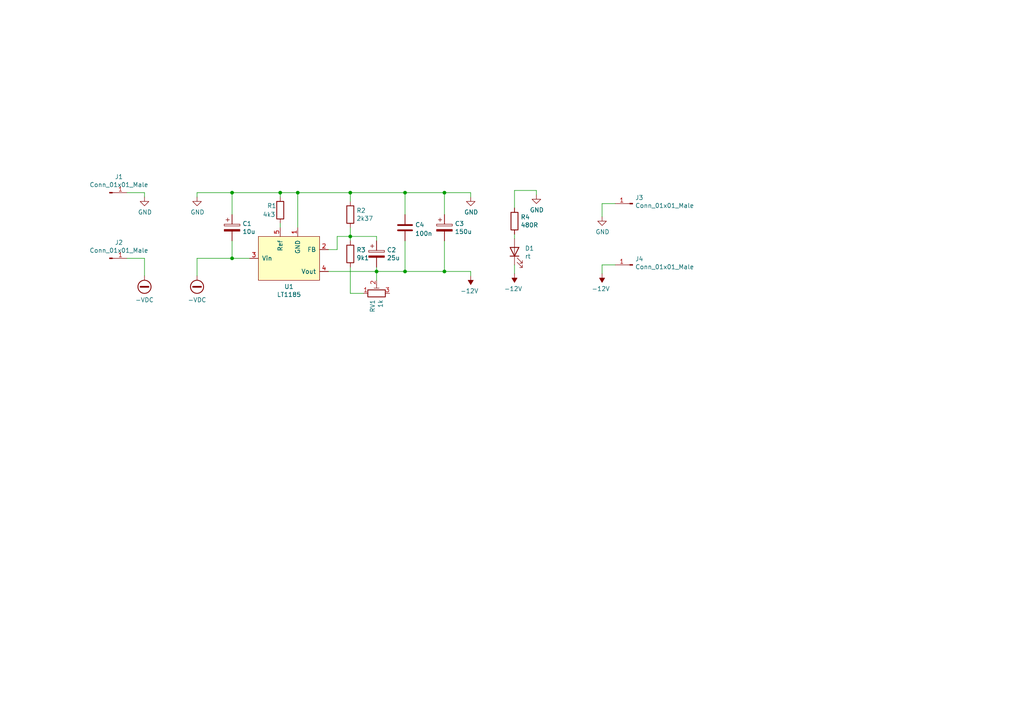
<source format=kicad_sch>
(kicad_sch (version 20211123) (generator eeschema)
  (paper "A4")
  (lib_symbols
    (symbol "Connector:Conn_01x01_Male" (pin_names (offset 1.016) hide)
      (property "Reference" "J" (at 0 2.54 0))
      (property "Value" "Conn_01x01_Male" (at 0 -2.54 0))
      (symbol "Conn_01x01_Male_1_1"
        (polyline (pts (xy 1.27 0) (xy 0.8636 0)) (stroke (width 0.1524)))
        (rectangle (start 0.8636 0.127) (end 0 -0.127) (stroke (width 0.1524)) (fill (type outline)))
        (pin passive line (at 5.08 0 180) (length 3.81) (name "Pin_1") (number "1"))
      )
    )
    (symbol "Device:C" (pin_numbers hide) (pin_names (offset 0.254))
      (property "Reference" "C" (at 0.635 2.54 0))
      (property "Value" "C" (at 0.635 -2.54 0))
      (symbol "C_0_1"
        (polyline (pts (xy -2.032 -0.762) (xy 2.032 -0.762)) (stroke (width 0.508)))
        (polyline (pts (xy -2.032 0.762) (xy 2.032 0.762)) (stroke (width 0.508)))
      )
      (symbol "C_1_1"
        (pin passive line (at 0 3.81 270) (length 2.794) (name "~") (number "1"))
        (pin passive line (at 0 -3.81 90) (length 2.794) (name "~") (number "2"))
      )
    )
    (symbol "Device:LED" (pin_numbers hide) (pin_names (offset 1.016) hide)
      (property "Reference" "D" (at 0 2.54 0))
      (property "Value" "LED" (at 0 -2.54 0))
      (symbol "LED_0_1"
        (polyline (pts (xy -1.27 -1.27) (xy -1.27 1.27)) (stroke (width 0.254)))
        (polyline (pts (xy -1.27 0) (xy 1.27 0)))
        (polyline (pts (xy 1.27 -1.27) (xy 1.27 1.27) (xy -1.27 0) (xy 1.27 -1.27)) (stroke (width 0.254)))
        (polyline (pts (xy -3.048 -0.762) (xy -4.572 -2.286) (xy -3.81 -2.286) (xy -4.572 -2.286) (xy -4.572 -1.524)))
        (polyline (pts (xy -1.778 -0.762) (xy -3.302 -2.286) (xy -2.54 -2.286) (xy -3.302 -2.286) (xy -3.302 -1.524)))
      )
      (symbol "LED_1_1"
        (pin passive line (at -3.81 0 0) (length 2.54) (name "K") (number "1"))
        (pin passive line (at 3.81 0 180) (length 2.54) (name "A") (number "2"))
      )
    )
    (symbol "Device:R" (pin_numbers hide) (pin_names (offset 0))
      (property "Reference" "R" (at 2.032 0 90))
      (property "Value" "R" (at 0 0 90))
      (symbol "R_0_1"
        (rectangle (start -1.016 -2.54) (end 1.016 2.54) (stroke (width 0.254)))
      )
      (symbol "R_1_1"
        (pin passive line (at 0 3.81 270) (length 1.27) (name "~") (number "1"))
        (pin passive line (at 0 -3.81 90) (length 1.27) (name "~") (number "2"))
      )
    )
    (symbol "moPsy_Regulator_12Vneg-rescue:CP-Device" (pin_numbers hide) (pin_names (offset 0.254))
      (property "Reference" "C" (at 0.635 2.54 0))
      (property "Value" "CP-Device" (at 0.635 -2.54 0))
      (symbol "CP-Device_0_1"
        (rectangle (start -2.286 0.508) (end 2.286 1.016))
        (polyline (pts (xy -1.778 2.286) (xy -0.762 2.286)))
        (polyline (pts (xy -1.27 2.794) (xy -1.27 1.778)))
        (rectangle (start 2.286 -0.508) (end -2.286 -1.016) (fill (type outline)))
      )
      (symbol "CP-Device_1_1"
        (pin passive line (at 0 3.81 270) (length 2.794) (name "~") (number "1"))
        (pin passive line (at 0 -3.81 90) (length 2.794) (name "~") (number "2"))
      )
    )
    (symbol "moPsy_Regulator_12Vneg-rescue:LT1185-moPsy" (pin_names (offset 1.016))
      (property "Reference" "U" (at 5.08 7.62 0))
      (property "Value" "LT1185-moPsy" (at -8.89 -5.08 0))
      (symbol "LT1185-moPsy_0_1"
        (rectangle (start -8.89 6.35) (end 8.89 -6.35) (fill (type background)))
      )
      (symbol "LT1185-moPsy_1_1"
        (pin passive line (at 2.54 8.89 270) (length 2.54) (name "GND") (number "1"))
        (pin input line (at 11.43 2.54 180) (length 2.54) (name "FB") (number "2"))
        (pin power_in line (at -11.43 0 0) (length 2.54) (name "Vin") (number "3"))
        (pin power_out line (at 11.43 -3.81 180) (length 2.54) (name "Vout") (number "4"))
        (pin input line (at -2.54 8.89 270) (length 2.54) (name "Ref") (number "5"))
      )
    )
    (symbol "moPsy_Regulator_12Vneg-rescue:R_POT_TRIM-Device" (pin_names (offset 1.016) hide)
      (property "Reference" "RV" (at -4.445 0 90))
      (property "Value" "R_POT_TRIM-Device" (at -2.54 0 90))
      (symbol "R_POT_TRIM-Device_0_1"
        (polyline (pts (xy 1.524 0.762) (xy 1.524 -0.762)))
        (polyline (pts (xy 2.54 0) (xy 1.524 0)))
        (rectangle (start 1.016 2.54) (end -1.016 -2.54) (stroke (width 0.254)))
      )
      (symbol "R_POT_TRIM-Device_1_1"
        (pin passive line (at 0 3.81 270) (length 1.27) (name "1") (number "1"))
        (pin passive line (at 3.81 0 180) (length 1.27) (name "2") (number "2"))
        (pin passive line (at 0 -3.81 90) (length 1.27) (name "3") (number "3"))
      )
    )
    (symbol "power:-12V" (power) (pin_names (offset 0))
      (property "Value" "-12V" (at 0 3.81 0))
      (symbol "-12V_0_0"
        (pin power_in line (at 0 0 90) (length 0) hide (name "-12V") (number "1"))
      )
      (symbol "-12V_0_1"
        (polyline (pts (xy 0 0) (xy 0 1.27) (xy 0.762 1.27) (xy 0 2.54) (xy -0.762 1.27) (xy 0 1.27)) (fill (type outline)))
      )
    )
    (symbol "power:-VDC" (power) (pin_names (offset 0))
      (property "Value" "-VDC" (at 0 6.35 0))
      (symbol "-VDC_0_1"
        (polyline (pts (xy -1.143 3.175) (xy 1.143 3.175)) (stroke (width 0.508)))
        (polyline (pts (xy 0 0) (xy 0 1.27)))
        (circle (center 0 3.175) (radius 1.905) (stroke (width 0.254)))
      )
      (symbol "-VDC_1_1"
        (pin power_in line (at 0 0 90) (length 0) hide (name "-VDC") (number "1"))
      )
    )
    (symbol "power:GND" (power) (pin_names (offset 0))
      (property "Value" "GND" (at 0 -3.81 0))
      (symbol "GND_0_1"
        (polyline (pts (xy 0 0) (xy 0 -1.27) (xy 1.27 -1.27) (xy 0 -2.54) (xy -1.27 -1.27) (xy 0 -1.27)))
      )
      (symbol "GND_1_1"
        (pin power_in line (at 0 0 270) (length 0) hide (name "GND") (number "1"))
      )
    )
  )
  (junction (at 109.22 78.74))
  (junction (at 101.6 68.58))
  (junction (at 81.28 55.88))
  (junction (at 128.905 78.74))
  (junction (at 117.475 55.88))
  (junction (at 67.31 55.88))
  (junction (at 86.36 55.88))
  (junction (at 117.475 78.74))
  (junction (at 67.31 74.93))
  (junction (at 101.6 55.88))
  (junction (at 128.905 55.88))
  (wire (pts (xy 178.435 59.055) (xy 174.625 59.055)))
  (wire (pts (xy 41.91 74.93) (xy 41.91 80.01)))
  (wire (pts (xy 86.36 55.88) (xy 101.6 55.88)))
  (wire (pts (xy 149.225 76.835) (xy 149.225 79.375)))
  (wire (pts (xy 101.6 68.58) (xy 101.6 69.85)))
  (wire (pts (xy 67.31 62.23) (xy 67.31 55.88)))
  (wire (pts (xy 128.905 69.85) (xy 128.905 78.74)))
  (wire (pts (xy 128.905 78.74) (xy 136.525 78.74)))
  (wire (pts (xy 101.6 66.04) (xy 101.6 68.58)))
  (wire (pts (xy 136.525 78.74) (xy 136.525 80.01)))
  (wire (pts (xy 149.225 55.245) (xy 149.225 60.325)))
  (wire (pts (xy 101.6 55.88) (xy 117.475 55.88)))
  (wire (pts (xy 86.36 66.04) (xy 86.36 55.88)))
  (wire (pts (xy 95.25 78.74) (xy 109.22 78.74)))
  (wire (pts (xy 117.475 78.74) (xy 128.905 78.74)))
  (wire (pts (xy 81.28 55.88) (xy 86.36 55.88)))
  (wire (pts (xy 109.22 68.58) (xy 109.22 69.85)))
  (wire (pts (xy 36.83 74.93) (xy 41.91 74.93)))
  (wire (pts (xy 155.575 55.245) (xy 149.225 55.245)))
  (wire (pts (xy 67.31 74.93) (xy 72.39 74.93)))
  (wire (pts (xy 97.79 68.58) (xy 101.6 68.58)))
  (wire (pts (xy 101.6 58.42) (xy 101.6 55.88)))
  (wire (pts (xy 174.625 59.055) (xy 174.625 62.865)))
  (wire (pts (xy 81.28 55.88) (xy 81.28 57.15)))
  (wire (pts (xy 81.28 64.77) (xy 81.28 66.04)))
  (wire (pts (xy 136.525 55.88) (xy 136.525 57.15)))
  (wire (pts (xy 95.25 72.39) (xy 97.79 72.39)))
  (wire (pts (xy 57.15 57.15) (xy 57.15 55.88)))
  (wire (pts (xy 155.575 56.515) (xy 155.575 55.245)))
  (wire (pts (xy 128.905 55.88) (xy 136.525 55.88)))
  (wire (pts (xy 97.79 72.39) (xy 97.79 68.58)))
  (wire (pts (xy 178.435 76.835) (xy 174.625 76.835)))
  (wire (pts (xy 67.31 55.88) (xy 81.28 55.88)))
  (wire (pts (xy 109.22 77.47) (xy 109.22 78.74)))
  (wire (pts (xy 41.91 55.88) (xy 41.91 57.15)))
  (wire (pts (xy 149.225 67.945) (xy 149.225 69.215)))
  (wire (pts (xy 105.41 85.09) (xy 101.6 85.09)))
  (wire (pts (xy 174.625 76.835) (xy 174.625 79.375)))
  (wire (pts (xy 117.475 69.85) (xy 117.475 78.74)))
  (wire (pts (xy 101.6 68.58) (xy 109.22 68.58)))
  (wire (pts (xy 109.22 78.74) (xy 109.22 81.28)))
  (wire (pts (xy 57.15 55.88) (xy 67.31 55.88)))
  (wire (pts (xy 128.905 62.23) (xy 128.905 55.88)))
  (wire (pts (xy 57.15 74.93) (xy 67.31 74.93)))
  (wire (pts (xy 101.6 77.47) (xy 101.6 85.09)))
  (wire (pts (xy 67.31 69.85) (xy 67.31 74.93)))
  (wire (pts (xy 117.475 55.88) (xy 117.475 62.23)))
  (wire (pts (xy 109.22 78.74) (xy 117.475 78.74)))
  (wire (pts (xy 57.15 80.01) (xy 57.15 74.93)))
  (wire (pts (xy 36.83 55.88) (xy 41.91 55.88)))
  (wire (pts (xy 117.475 55.88) (xy 128.905 55.88)))
  (symbol (lib_id "moPsy_Regulator_12Vneg-rescue:LT1185-moPsy") (at 83.82 74.93 0) (unit 1)
    (property "Reference" "U1" (at 83.82 83.1342 0))
    (property "Value" "LT1185" (at 83.82 85.4456 0))
    (property "Footprint" "Package_TO_SOT_THT:TO-220-5_P3.4x3.7mm_StaggerOdd_Lead3.8mm_Vertical" (effects hide))
    (property "REICHELT" "LT 1185 CT" (effects hide))
  )
  (symbol (lib_id "Connector:Conn_01x01_Male") (at 31.75 55.88 0) (unit 1)
    (property "Reference" "J1" (at 34.4932 51.2826 0))
    (property "Value" "Conn_01x01_Male" (at 34.4932 53.594 0))
    (property "Footprint" "moPsy:Connector FS-P475" (effects hide))
  )
  (symbol (lib_id "Connector:Conn_01x01_Male") (at 31.75 74.93 0) (unit 1)
    (property "Reference" "J2" (at 34.4932 70.3326 0))
    (property "Value" "Conn_01x01_Male" (at 34.4932 72.644 0))
    (property "Footprint" "moPsy:Connector FS-P475" (effects hide))
  )
  (symbol (lib_id "power:-VDC") (at 41.91 80.01 180) (unit 1)
    (property "Reference" "#PWR0101" (effects hide))
    (property "Value" "-VDC" (at 41.91 86.995 0))
  )
  (symbol (lib_id "power:GND") (at 41.91 57.15 0) (unit 1)
    (property "Reference" "#PWR0102" (effects hide))
    (property "Value" "GND" (at 42.037 61.5442 0))
  )
  (symbol (lib_id "power:-12V") (at 174.625 79.375 180) (unit 1)
    (property "Reference" "#PWR0103" (effects hide))
    (property "Value" "-12V" (at 174.244 83.7692 0))
  )
  (symbol (lib_id "power:GND") (at 174.625 62.865 0) (unit 1)
    (property "Reference" "#PWR0104" (effects hide))
    (property "Value" "GND" (at 174.752 67.2592 0))
  )
  (symbol (lib_id "power:GND") (at 136.525 57.15 0) (unit 1)
    (property "Reference" "#PWR0105" (effects hide))
    (property "Value" "GND" (at 136.652 61.5442 0))
  )
  (symbol (lib_id "power:-12V") (at 136.525 80.01 180) (unit 1)
    (property "Reference" "#PWR0106" (effects hide))
    (property "Value" "-12V" (at 136.144 84.4042 0))
  )
  (symbol (lib_id "power:GND") (at 57.15 57.15 0) (unit 1)
    (property "Reference" "#PWR0107" (effects hide))
    (property "Value" "GND" (at 57.277 61.5442 0))
  )
  (symbol (lib_id "power:-VDC") (at 57.15 80.01 180) (unit 1)
    (property "Reference" "#PWR0108" (effects hide))
    (property "Value" "-VDC" (at 57.15 86.995 0))
  )
  (symbol (lib_id "Device:R") (at 101.6 73.66 0) (unit 1)
    (property "Reference" "R3" (at 103.378 72.4916 0) (effects (justify left)))
    (property "Value" "9k1" (at 103.378 74.803 0) (effects (justify left)))
    (property "Footprint" "Resistor_THT:R_Axial_DIN0207_L6.3mm_D2.5mm_P7.62mm_Horizontal" (effects hide))
  )
  (symbol (lib_id "Device:R") (at 101.6 62.23 0) (unit 1)
    (property "Reference" "R2" (at 103.378 61.0616 0) (effects (justify left)))
    (property "Value" "2k37" (at 103.378 63.373 0) (effects (justify left)))
    (property "Footprint" "Resistor_THT:R_Axial_DIN0207_L6.3mm_D2.5mm_P7.62mm_Horizontal" (effects hide))
  )
  (symbol (lib_id "Device:R") (at 81.28 60.96 0) (unit 1)
    (property "Reference" "R1" (at 77.47 59.69 0) (effects (justify left)))
    (property "Value" "4k3" (at 76.2 62.23 0) (effects (justify left)))
    (property "Footprint" "Resistor_THT:R_Axial_DIN0207_L6.3mm_D2.5mm_P7.62mm_Horizontal" (effects hide))
  )
  (symbol (lib_id "moPsy_Regulator_12Vneg-rescue:CP-Device") (at 67.31 66.04 0) (unit 1)
    (property "Reference" "C1" (at 70.3072 64.8716 0) (effects (justify left)))
    (property "Value" "10u" (at 70.3072 67.183 0) (effects (justify left)))
    (property "Footprint" "Capacitor_THT:CP_Radial_D5.0mm_P2.50mm" (effects hide))
  )
  (symbol (lib_id "moPsy_Regulator_12Vneg-rescue:CP-Device") (at 128.905 66.04 0) (unit 1)
    (property "Reference" "C3" (at 131.9022 64.8716 0) (effects (justify left)))
    (property "Value" "150u" (at 131.9022 67.183 0) (effects (justify left)))
    (property "Footprint" "Capacitor_THT:CP_Radial_D8.0mm_P3.50mm" (effects hide))
  )
  (symbol (lib_id "moPsy_Regulator_12Vneg-rescue:R_POT_TRIM-Device") (at 109.22 85.09 90) (unit 1)
    (property "Reference" "RV1" (at 108.0516 86.868 0) (effects (justify right)))
    (property "Value" "1k" (at 110.363 86.868 0) (effects (justify right)))
    (property "Footprint" "moPsy:Suntan 3296 Trim Pot" (effects hide))
  )
  (symbol (lib_id "power:GND") (at 155.575 56.515 0) (unit 1)
    (property "Reference" "#PWR0109" (effects hide))
    (property "Value" "GND" (at 155.702 60.9092 0))
  )
  (symbol (lib_id "power:-12V") (at 149.225 79.375 180) (unit 1)
    (property "Reference" "#PWR0110" (effects hide))
    (property "Value" "-12V" (at 148.844 83.7692 0))
  )
  (symbol (lib_id "Device:R") (at 149.225 64.135 0) (unit 1)
    (property "Reference" "R4" (at 151.003 62.9666 0) (effects (justify left)))
    (property "Value" "480R" (at 151.003 65.278 0) (effects (justify left)))
    (property "Footprint" "Resistor_THT:R_Axial_DIN0207_L6.3mm_D2.5mm_P2.54mm_Vertical" (effects hide))
  )
  (symbol (lib_id "Device:LED") (at 149.225 73.025 90) (unit 1)
    (property "Reference" "D1" (at 152.2222 72.0344 90) (effects (justify right)))
    (property "Value" "rt" (at 152.2222 74.3458 90) (effects (justify right)))
    (property "Footprint" "LED_THT:LED_D5.0mm" (effects hide))
  )
  (symbol (lib_id "Connector:Conn_01x01_Male") (at 183.515 59.055 180) (unit 1)
    (property "Reference" "J3" (at 184.2262 57.3278 0) (effects (justify right)))
    (property "Value" "Conn_01x01_Male" (at 184.2262 59.6392 0) (effects (justify right)))
    (property "Footprint" "moPsy:Connector FS-P475" (effects hide))
  )
  (symbol (lib_id "Connector:Conn_01x01_Male") (at 183.515 76.835 180) (unit 1)
    (property "Reference" "J4" (at 184.2262 75.1078 0) (effects (justify right)))
    (property "Value" "Conn_01x01_Male" (at 184.2262 77.4192 0) (effects (justify right)))
    (property "Footprint" "moPsy:Connector FS-P475" (effects hide))
  )
  (symbol (lib_id "moPsy_Regulator_12Vneg-rescue:CP-Device") (at 109.22 73.66 0) (unit 1)
    (property "Reference" "C2" (at 112.2172 72.4916 0) (effects (justify left)))
    (property "Value" "25u" (at 112.2172 74.803 0) (effects (justify left)))
    (property "Footprint" "Capacitor_THT:CP_Radial_D5.0mm_P2.00mm" (effects hide))
  )
  (symbol (lib_id "Device:C") (at 117.475 66.04 0) (unit 1)
    (property "Reference" "C4" (at 120.396 65.2053 0) (effects (justify left)))
    (property "Value" "100n" (at 120.396 67.7422 0) (effects (justify left)))
  )
)
</source>
